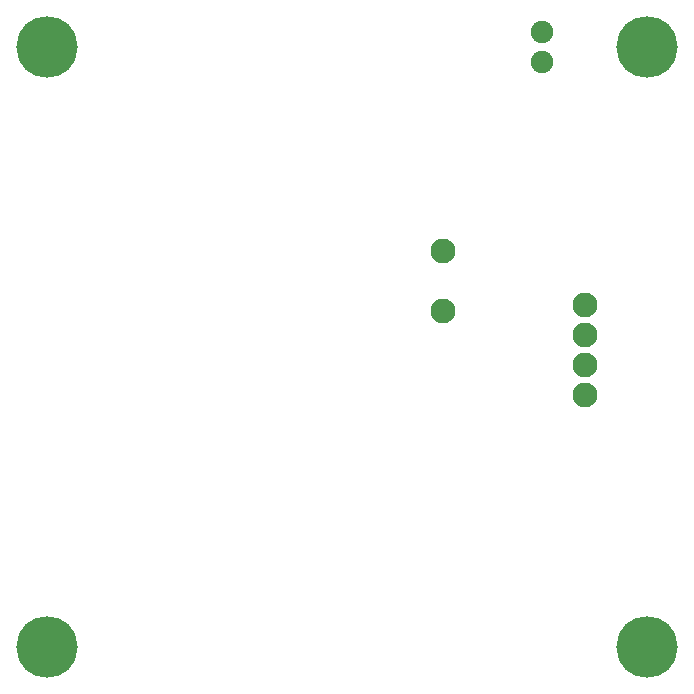
<source format=gbs>
G04 Layer: BottomSolderMaskLayer*
G04 EasyEDA v6.5.34, 2023-08-01 23:33:27*
G04 74fb3d3c296a4d11a7f64f3819e37d63,5a6b42c53f6a479593ecc07194224c93,10*
G04 Gerber Generator version 0.2*
G04 Scale: 100 percent, Rotated: No, Reflected: No *
G04 Dimensions in millimeters *
G04 leading zeros omitted , absolute positions ,4 integer and 5 decimal *
%FSLAX45Y45*%
%MOMM*%

%ADD10C,5.2032*%
%ADD11C,1.9016*%
%ADD12C,2.1016*%

%LPD*%
D10*
G01*
X381000Y5461000D03*
G01*
X5461000Y5461000D03*
G01*
X5461000Y381000D03*
G01*
X381000Y381000D03*
D11*
G01*
X4572000Y5588000D03*
G01*
X4572000Y5334000D03*
D12*
G01*
X4931206Y3274161D03*
G01*
X4931206Y2512161D03*
G01*
X4931206Y2766161D03*
G01*
X4931206Y3020161D03*
G01*
X3733800Y3733800D03*
G01*
X3733800Y3225800D03*
M02*

</source>
